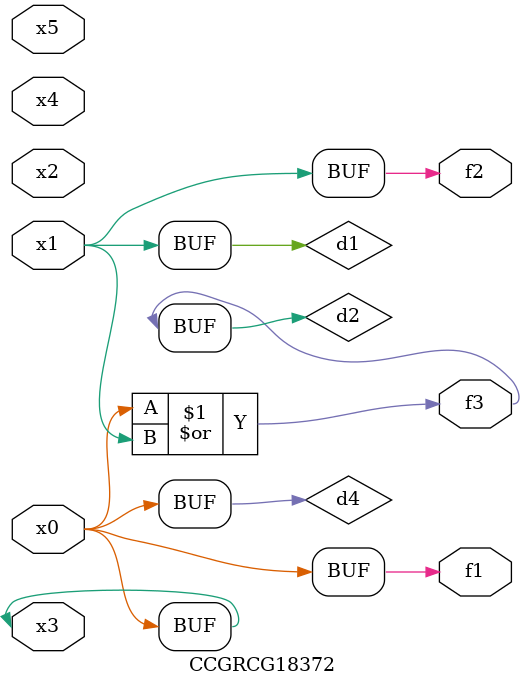
<source format=v>
module CCGRCG18372(
	input x0, x1, x2, x3, x4, x5,
	output f1, f2, f3
);

	wire d1, d2, d3, d4;

	and (d1, x1);
	or (d2, x0, x1);
	nand (d3, x0, x5);
	buf (d4, x0, x3);
	assign f1 = d4;
	assign f2 = d1;
	assign f3 = d2;
endmodule

</source>
